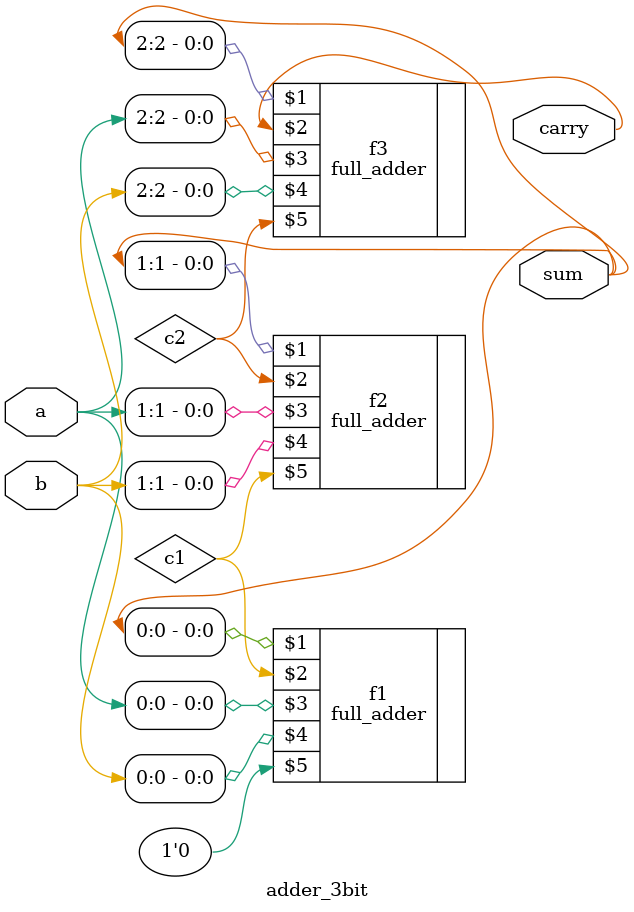
<source format=v>
`include "src/full_adder.v"
module adder_3bit(
    output[2:0] sum,
    output carry,
    input[2:0] a, b
);
    wire c1, c2;
    full_adder f1(sum[0], c1, a[0], b[0], 1'b0);
    full_adder f2(sum[1], c2, a[1], b[1], c1);
    full_adder f3(sum[2], carry, a[2], b[2], c2);

endmodule
</source>
